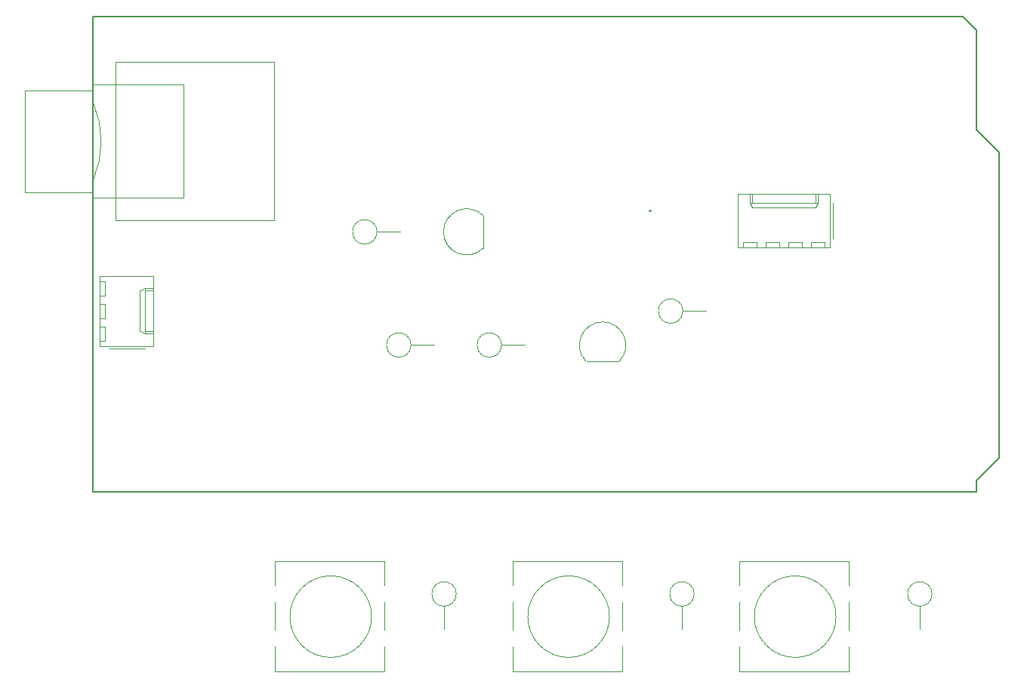
<source format=gbr>
%TF.GenerationSoftware,KiCad,Pcbnew,5.1.6-c6e7f7d~86~ubuntu16.04.1*%
%TF.CreationDate,2020-06-22T18:40:28+01:00*%
%TF.ProjectId,mirotan-due-cassette-shield,6d69726f-7461-46e2-9d64-75652d636173,rev?*%
%TF.SameCoordinates,Original*%
%TF.FileFunction,Legend,Top*%
%TF.FilePolarity,Positive*%
%FSLAX46Y46*%
G04 Gerber Fmt 4.6, Leading zero omitted, Abs format (unit mm)*
G04 Created by KiCad (PCBNEW 5.1.6-c6e7f7d~86~ubuntu16.04.1) date 2020-06-22 18:40:28*
%MOMM*%
%LPD*%
G01*
G04 APERTURE LIST*
%ADD10C,0.150000*%
%ADD11C,0.120000*%
G04 APERTURE END LIST*
D10*
%TO.C,XA1*%
X0Y57150000D02*
X0Y3810000D01*
X99060000Y44450000D02*
X99060000Y55626000D01*
X101600000Y41910000D02*
X99060000Y44450000D01*
X101600000Y7620000D02*
X101600000Y41910000D01*
X99060000Y5080000D02*
X101600000Y7620000D01*
X99060000Y3810000D02*
X99060000Y5080000D01*
X97536000Y57150000D02*
X99060000Y55626000D01*
X0Y3810000D02*
X99060000Y3810000D01*
X0Y57150000D02*
X97536000Y57150000D01*
D11*
%TO.C,SW3*%
X72490000Y-3970000D02*
X84790000Y-3970000D01*
X84790000Y-8550000D02*
X84790000Y-11690000D01*
X84790000Y-16270000D02*
X72490000Y-16270000D01*
X72490000Y-6690000D02*
X72490000Y-3970000D01*
X83319050Y-10160000D02*
G75*
G03*
X83319050Y-10160000I-4579050J0D01*
G01*
X72490000Y-16270000D02*
X72490000Y-13550000D01*
X72490000Y-11690000D02*
X72490000Y-8550000D01*
X84790000Y-13550000D02*
X84790000Y-16270000D01*
X84790000Y-3970000D02*
X84790000Y-6690000D01*
%TO.C,SW2*%
X20420000Y-3970000D02*
X32720000Y-3970000D01*
X32720000Y-8550000D02*
X32720000Y-11690000D01*
X32720000Y-16270000D02*
X20420000Y-16270000D01*
X20420000Y-6690000D02*
X20420000Y-3970000D01*
X31249050Y-10160000D02*
G75*
G03*
X31249050Y-10160000I-4579050J0D01*
G01*
X20420000Y-16270000D02*
X20420000Y-13550000D01*
X20420000Y-11690000D02*
X20420000Y-8550000D01*
X32720000Y-13550000D02*
X32720000Y-16270000D01*
X32720000Y-3970000D02*
X32720000Y-6690000D01*
%TO.C,SW1*%
X47090000Y-3970000D02*
X59390000Y-3970000D01*
X59390000Y-8550000D02*
X59390000Y-11690000D01*
X59390000Y-16270000D02*
X47090000Y-16270000D01*
X47090000Y-6690000D02*
X47090000Y-3970000D01*
X57919050Y-10160000D02*
G75*
G03*
X57919050Y-10160000I-4579050J0D01*
G01*
X47090000Y-16270000D02*
X47090000Y-13550000D01*
X47090000Y-11690000D02*
X47090000Y-8550000D01*
X59390000Y-13550000D02*
X59390000Y-16270000D01*
X59390000Y-3970000D02*
X59390000Y-6690000D01*
%TO.C,R7*%
X40740000Y-7620000D02*
G75*
G03*
X40740000Y-7620000I-1370000J0D01*
G01*
X39370000Y-8990000D02*
X39370000Y-11600000D01*
%TO.C,R6*%
X94080000Y-7620000D02*
G75*
G03*
X94080000Y-7620000I-1370000J0D01*
G01*
X92710000Y-8990000D02*
X92710000Y-11600000D01*
%TO.C,R5*%
X67410000Y-7620000D02*
G75*
G03*
X67410000Y-7620000I-1370000J0D01*
G01*
X66040000Y-8990000D02*
X66040000Y-11600000D01*
%TO.C,J2*%
X82660000Y31260000D02*
X82660000Y37280000D01*
X82660000Y37280000D02*
X72280000Y37280000D01*
X72280000Y37280000D02*
X72280000Y31260000D01*
X72280000Y31260000D02*
X82660000Y31260000D01*
X82950000Y32290000D02*
X82950000Y36290000D01*
X81280000Y37280000D02*
X81280000Y36280000D01*
X81280000Y36280000D02*
X73660000Y36280000D01*
X73660000Y36280000D02*
X73660000Y37280000D01*
X81280000Y36280000D02*
X81030000Y35750000D01*
X81030000Y35750000D02*
X73910000Y35750000D01*
X73910000Y35750000D02*
X73660000Y36280000D01*
X81030000Y37280000D02*
X81030000Y36280000D01*
X73910000Y37280000D02*
X73910000Y36280000D01*
X82080000Y31260000D02*
X82080000Y31860000D01*
X82080000Y31860000D02*
X80480000Y31860000D01*
X80480000Y31860000D02*
X80480000Y31260000D01*
X79540000Y31260000D02*
X79540000Y31860000D01*
X79540000Y31860000D02*
X77940000Y31860000D01*
X77940000Y31860000D02*
X77940000Y31260000D01*
X77000000Y31260000D02*
X77000000Y31860000D01*
X77000000Y31860000D02*
X75400000Y31860000D01*
X75400000Y31860000D02*
X75400000Y31260000D01*
X74460000Y31260000D02*
X74460000Y31860000D01*
X74460000Y31860000D02*
X72860000Y31860000D01*
X72860000Y31860000D02*
X72860000Y31260000D01*
%TO.C,A1*%
X0Y47624999D02*
G75*
G02*
X0Y38735000I-10160000J-4444999D01*
G01*
X20320000Y34290000D02*
X2540000Y34290000D01*
X2540000Y34290000D02*
X2540000Y52070000D01*
X2540000Y52070000D02*
X20320000Y52070000D01*
X20320000Y52070000D02*
X20320000Y34290000D01*
X10160000Y36830000D02*
X10160000Y49530000D01*
X10160000Y49530000D02*
X0Y49530000D01*
X10160000Y36830000D02*
X0Y36830000D01*
X0Y36830000D02*
X0Y38735000D01*
X0Y49530000D02*
X0Y47625000D01*
X0Y37465000D02*
X-7620000Y37465000D01*
X-7620000Y37465000D02*
X-7620000Y48895000D01*
X-7620000Y48895000D02*
X0Y48895000D01*
%TO.C,Q2*%
X58988478Y18481522D02*
G75*
G03*
X57150000Y22920000I-1838478J1838478D01*
G01*
X55311522Y18481522D02*
G75*
G02*
X57150000Y22920000I1838478J1838478D01*
G01*
X55350000Y18470000D02*
X58950000Y18470000D01*
%TO.C,Q1*%
X43748478Y34858478D02*
G75*
G03*
X39310000Y33020000I-1838478J-1838478D01*
G01*
X43748478Y31181522D02*
G75*
G02*
X39310000Y33020000I-1838478J1838478D01*
G01*
X43760000Y31220000D02*
X43760000Y34820000D01*
%TO.C,R4*%
X66140000Y24130000D02*
G75*
G03*
X66140000Y24130000I-1370000J0D01*
G01*
X66140000Y24130000D02*
X68750000Y24130000D01*
%TO.C,R3*%
X35660000Y20320000D02*
G75*
G03*
X35660000Y20320000I-1370000J0D01*
G01*
X35660000Y20320000D02*
X38270000Y20320000D01*
%TO.C,R2*%
X45820000Y20320000D02*
G75*
G03*
X45820000Y20320000I-1370000J0D01*
G01*
X45820000Y20320000D02*
X48430000Y20320000D01*
%TO.C,R1*%
X31850000Y33020000D02*
G75*
G03*
X31850000Y33020000I-1370000J0D01*
G01*
X31850000Y33020000D02*
X34460000Y33020000D01*
%TO.C,J1*%
X780000Y20210000D02*
X6800000Y20210000D01*
X6800000Y20210000D02*
X6800000Y28050000D01*
X6800000Y28050000D02*
X780000Y28050000D01*
X780000Y28050000D02*
X780000Y20210000D01*
X1810000Y19920000D02*
X5810000Y19920000D01*
X6800000Y21590000D02*
X5800000Y21590000D01*
X5800000Y21590000D02*
X5800000Y26670000D01*
X5800000Y26670000D02*
X6800000Y26670000D01*
X5800000Y21590000D02*
X5270000Y21840000D01*
X5270000Y21840000D02*
X5270000Y26420000D01*
X5270000Y26420000D02*
X5800000Y26670000D01*
X6800000Y21840000D02*
X5800000Y21840000D01*
X6800000Y26420000D02*
X5800000Y26420000D01*
X780000Y20790000D02*
X1380000Y20790000D01*
X1380000Y20790000D02*
X1380000Y22390000D01*
X1380000Y22390000D02*
X780000Y22390000D01*
X780000Y23330000D02*
X1380000Y23330000D01*
X1380000Y23330000D02*
X1380000Y24930000D01*
X1380000Y24930000D02*
X780000Y24930000D01*
X780000Y25870000D02*
X1380000Y25870000D01*
X1380000Y25870000D02*
X1380000Y27470000D01*
X1380000Y27470000D02*
X780000Y27470000D01*
%TO.C,XA1*%
D10*
X62484000Y35456857D02*
X62531619Y35409238D01*
X62484000Y35361619D01*
X62436380Y35409238D01*
X62484000Y35456857D01*
X62484000Y35361619D01*
%TD*%
M02*

</source>
